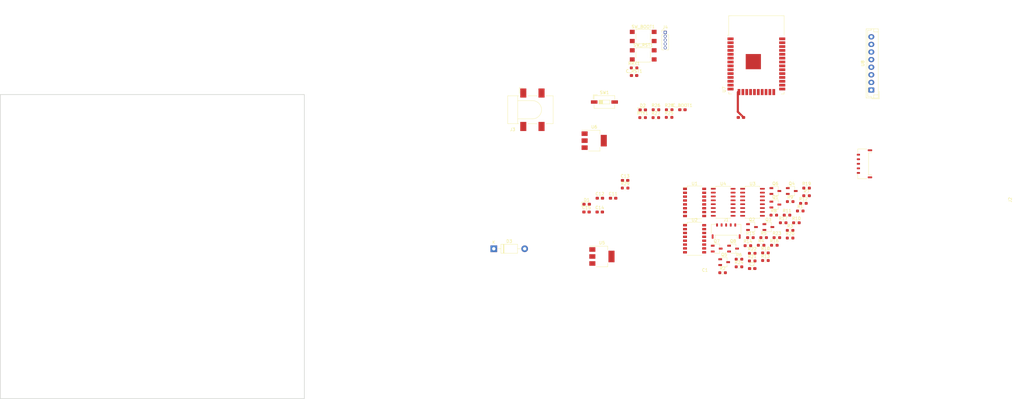
<source format=kicad_pcb>
(kicad_pcb (version 20211014) (generator pcbnew)
  (layers (0 "F.Cu" signal) (31 "B.Cu" signal) (34 "B.Paste" user) (35 "F.Paste" user) (36 "B.SilkS" user "B.Silkscreen") (37 "F.SilkS" user "F.Silkscreen") (38 "B.Mask" user) (39 "F.Mask" user) (44 "Edge.Cuts" user))
  (net 0 "")
  (net 1 "+12V")
  (net 2 "GND")
  (net 3 "+5V")
  (net 4 "+3.3V")
  (net 5 "/Principal/BOOT")
  (net 6 "/Principal/EN{slash}RST")
  (net 7 "Net-(D1-Pad2)")
  (net 8 "Net-(D2-Pad2)")
  (net 9 "Net-(D3-Pad2)")
  (net 10 "Net-(J1-Pad1)")
  (net 11 "Net-(J1-Pad2)")
  (net 12 "Net-(J1-Pad3)")
  (net 13 "Net-(J1-Pad4)")
  (net 14 "Net-(J2-Pad1)")
  (net 15 "Net-(J2-Pad2)")
  (net 16 "Net-(J2-Pad3)")
  (net 17 "Net-(J2-Pad4)")
  (net 18 "Net-(J3-Pad1)")
  (net 19 "Net-(J4-Pad3)")
  (net 20 "Net-(J4-Pad4)")
  (net 21 "Net-(Q1-Pad2)")
  (net 22 "/Motores/Out1")
  (net 23 "Net-(Q2-Pad2)")
  (net 24 "/Motores/Out2")
  (net 25 "Net-(Q3-Pad2)")
  (net 26 "/Motores/Out3")
  (net 27 "Net-(Q4-Pad2)")
  (net 28 "/Motores/Out4")
  (net 29 "Net-(Q5-Pad2)")
  (net 30 "/Motores/Out5")
  (net 31 "Net-(Q6-Pad2)")
  (net 32 "/Motores/Out6")
  (net 33 "Net-(Q7-Pad2)")
  (net 34 "/Motores/Out7")
  (net 35 "Net-(Q8-Pad2)")
  (net 36 "/Motores/Out8")
  (net 37 "/Motores/In1")
  (net 38 "Net-(R5-Pad2)")
  (net 39 "/Motores/In2")
  (net 40 "Net-(R6-Pad2)")
  (net 41 "/Motores/In3")
  (net 42 "Net-(R7-Pad2)")
  (net 43 "/Motores/In4")
  (net 44 "Net-(R8-Pad2)")
  (net 45 "/Motores/In5")
  (net 46 "Net-(R17-Pad2)")
  (net 47 "/Motores/In6")
  (net 48 "Net-(R18-Pad2)")
  (net 49 "/Motores/In7")
  (net 50 "Net-(R19-Pad2)")
  (net 51 "/Motores/In8")
  (net 52 "Net-(R20-Pad2)")
  (net 53 "Net-(R26-Pad1)")
  (net 54 "Net-(R28-Pad1)")
  (net 55 "Net-(RRX1-Pad1)")
  (net 56 "Net-(RTX1-Pad1)")
  (net 57 "/Motores/GNDL")
  (net 92 "/Principal/SS")
  (net 93 "/Principal/SCK")
  (net 94 "/Principal/MISO")
  (net 97 "/Principal/RST")
  (net 98 "/Principal/MOSI")
  (footprint "Resistor_SMD:R_0603_1608Metric_Pad0.98x0.95mm_HandSolder" (layer "F.Cu") (at 337.55 108.6)
    (fp_text reference "R2" (at 0 -1.43) (layer "F.SilkS"))
    (fp_text value "5.1k")
    (pad "1" smd roundrect (at -0.9125 0) (size 0.975 0.95) (layers "F.Cu" "F.Paste" "F.Mask") (net 3 "+5V"))
    (pad "2" smd roundrect (at 0.9125 0) (size 0.975 0.95) (layers "F.Cu" "F.Paste" "F.Mask") (net 23 "Net-(Q2-Pad2)"))
  )
  (footprint "Capacitor_SMD:C_0603_1608Metric_Pad1.08x0.95mm_HandSolder" (layer "F.Cu") (at 305.49 78.24)
    (fp_text reference "C13" (at 0 -1.43) (layer "F.SilkS"))
    (fp_text value "22uF")
    (pad "1" smd roundrect (at -0.8625 0) (size 1.075 0.95) (layers "F.Cu" "F.Paste" "F.Mask") (net 3 "+5V"))
    (pad "2" smd roundrect (at 0.8625 0) (size 1.075 0.95) (layers "F.Cu" "F.Paste" "F.Mask") (net 2 "GND"))
  )
  (footprint "Diode_THT:D_DO-41_SOD81_P10.16mm_Horizontal" (layer "F.Cu") (at 262.3 100.72)
    (fp_text reference "D3" (at 5.08 -2.47) (layer "F.SilkS"))
    (fp_text value "1N4007")
    (fp_text user "K" (at 0 -2.1) (layer "F.SilkS"))
    (pad "1" thru_hole rect (at 0 0) (size 2.2 2.2) (drill 1.1) (layers *.Cu *.Mask) (net 1 "+12V"))
    (pad "2" thru_hole oval (at 10.16 0) (size 2.2 2.2) (drill 1.1) (layers *.Cu *.Mask) (net 9 "Net-(D3-Pad2)"))
  )
  (footprint "Connector_BarrelJack:BarrelJack_CLIFF_FC681465S_SMT_Horizontal" (layer "F.Cu") (at 275 55)
    (fp_text reference "J3" (at -6.5 6.5 180) (layer "F.SilkS"))
    (fp_text value "Barrel_Jack")
    (pad "" np_thru_hole oval (at -2.9 0 90) (size 2 1.5) (drill oval 2 1.5) (layers *.Cu *.Mask))
    (pad "" np_thru_hole circle (at 1.5 0 90) (size 2 2) (drill 2) (layers *.Cu *.Mask))
    (pad "1" smd rect (at -3 -5.5 90) (size 3 2) (layers "F.Cu" "F.Paste" "F.Mask") (net 18 "Net-(J3-Pad1)"))
    (pad "1" smd rect (at 3 -5.5 90) (size 3 2) (layers "F.Cu" "F.Paste" "F.Mask") (net 18 "Net-(J3-Pad1)"))
    (pad "2" smd rect (at 3 5.5 90) (size 3 2) (layers "F.Cu" "F.Paste" "F.Mask") (net 2 "GND"))
    (pad "3" smd rect (at -3 5.5 90) (size 3 2) (layers "F.Cu" "F.Paste" "F.Mask"))
  )
  (footprint "Resistor_SMD:R_0603_1608Metric_Pad0.98x0.95mm_HandSolder" (layer "F.Cu") (at 361.83 92.17)
    (fp_text reference "R10" (at 0 -1.43) (layer "F.SilkS"))
    (fp_text value "5.1k")
    (pad "1" smd roundrect (at -0.9125 0) (size 0.975 0.95) (layers "F.Cu" "F.Paste" "F.Mask") (net 26 "/Motores/Out3"))
    (pad "2" smd roundrect (at 0.9125 0) (size 0.975 0.95) (layers "F.Cu" "F.Paste" "F.Mask") (net 2 "GND"))
  )
  (footprint "Capacitor_SMD:C_0603_1608Metric_Pad1.08x0.95mm_HandSolder" (layer "F.Cu") (at 297.19 84.09)
    (fp_text reference "C12" (at 0 -1.43) (layer "F.SilkS"))
    (fp_text value "10uF")
    (pad "1" smd roundrect (at -0.8625 0) (size 1.075 0.95) (layers "F.Cu" "F.Paste" "F.Mask") (net 1 "+12V"))
    (pad "2" smd roundrect (at 0.8625 0) (size 1.075 0.95) (layers "F.Cu" "F.Paste" "F.Mask") (net 2 "GND"))
  )
  (footprint "Resistor_SMD:R_0603_1608Metric_Pad0.98x0.95mm_HandSolder" (layer "F.Cu") (at 347.29 104.72)
    (fp_text reference "R21" (at 0 -1.43) (layer "F.SilkS"))
    (fp_text value "5.1k")
    (pad "1" smd roundrect (at -0.9125 0) (size 0.975 0.95) (layers "F.Cu" "F.Paste" "F.Mask") (net 36 "/Motores/Out8"))
    (pad "2" smd roundrect (at 0.9125 0) (size 0.975 0.95) (layers "F.Cu" "F.Paste" "F.Mask") (net 2 "GND"))
  )
  (footprint "Capacitor_SMD:C_0603_1608Metric_Pad1.08x0.95mm_HandSolder" (layer "F.Cu") (at 347.29 107.23)
    (fp_text reference "C2" (at 0 -1.43) (layer "F.SilkS"))
    (fp_text value "100n")
    (pad "1" smd roundrect (at -0.8625 0) (size 1.075 0.95) (layers "F.Cu" "F.Paste" "F.Mask") (net 1 "+12V"))
    (pad "2" smd roundrect (at 0.8625 0) (size 1.075 0.95) (layers "F.Cu" "F.Paste" "F.Mask") (net 2 "GND"))
  )
  (footprint "Connector_JST:JST_AUH_BM05B-AUHKS-GA-TB_1x05-1MP_P1.50mm_Vertical" (layer "F.Cu") (at 338.72 94.9)
    (fp_text reference "J1" (at 0 -3.72) (layer "F.SilkS"))
    (fp_text value "Conector para bobinas del motor 1")
    (pad "1" smd roundrect (at -3 -2) (size 0.6 1.05) (layers "F.Cu" "F.Paste" "F.Mask") (net 10 "Net-(J1-Pad1)"))
    (pad "2" smd roundrect (at -1.5 -2) (size 0.6 1.05) (layers "F.Cu" "F.Paste" "F.Mask") (net 11 "Net-(J1-Pad2)"))
    (pad "3" smd roundrect (at 0 -2) (size 0.6 1.05) (layers "F.Cu" "F.Paste" "F.Mask") (net 12 "Net-(J1-Pad3)"))
    (pad "4" smd roundrect (at 1.5 -2) (size 0.6 1.05) (layers "F.Cu" "F.Paste" "F.Mask") (net 13 "Net-(J1-Pad4)"))
    (pad "5" smd roundrect (at 3 -2) (size 0.6 1.05) (layers "F.Cu" "F.Paste" "F.Mask"))
    (pad "MP" smd roundrect (at 4.45 1.8) (size 0.6 1.45) (layers "F.Cu" "F.Paste" "F.Mask"))
    (pad "MP" smd roundrect (at -4.45 1.8) (size 0.6 1.45) (layers "F.Cu" "F.Paste" "F.Mask"))
  )
  (footprint "Package_TO_SOT_SMD:TSOT-23" (layer "F.Cu") (at 352.61 93.58)
    (fp_text reference "Q3" (at 0 -2.45) (layer "F.SilkS"))
    (fp_text value "S8550")
    (pad "1" smd rect (at -1.31 -0.95) (size 1.22 0.65) (layers "F.Cu" "F.Paste" "F.Mask") (net 3 "+5V"))
    (pad "2" smd rect (at -1.31 0.95) (size 1.22 0.65) (layers "F.Cu" "F.Paste" "F.Mask") (net 25 "Net-(Q3-Pad2)"))
    (pad "3" smd rect (at 1.31 0) (size 1.22 0.65) (layers "F.Cu" "F.Paste" "F.Mask") (net 26 "/Motores/Out3"))
  )
  (footprint "Package_TO_SOT_SMD:TSOT-23" (layer "F.Cu") (at 335.61 100.67)
    (fp_text reference "Q7" (at 0 -2.45) (layer "F.SilkS"))
    (fp_text value "S8550")
    (pad "1" smd rect (at -1.31 -0.95) (size 1.22 0.65) (layers "F.Cu" "F.Paste" "F.Mask") (net 3 "+5V"))
    (pad "2" smd rect (at -1.31 0.95) (size 1.22 0.65) (layers "F.Cu" "F.Paste" "F.Mask") (net 33 "Net-(Q7-Pad2)"))
    (pad "3" smd rect (at 1.31 0) (size 1.22 0.65) (layers "F.Cu" "F.Paste" "F.Mask") (net 34 "/Motores/Out7"))
  )
  (footprint "Capacitor_SMD:C_0603_1608Metric_Pad1.08x0.95mm_HandSolder" (layer "F.Cu") (at 292.8 88.63)
    (fp_text reference "C15" (at 0 -1.43) (layer "F.SilkS"))
    (fp_text value "22u")
    (pad "1" smd roundrect (at -0.8625 0) (size 1.075 0.95) (layers "F.Cu" "F.Paste" "F.Mask") (net 4 "+3.3V"))
    (pad "2" smd roundrect (at 0.8625 0) (size 1.075 0.95) (layers "F.Cu" "F.Paste" "F.Mask") (net 2 "GND"))
  )
  (footprint "Capacitor_SMD:C_0603_1608Metric_Pad1.08x0.95mm_HandSolder" (layer "F.Cu") (at 343.58 57.54)
    (fp_text reference "C1" (at -11.84 50.2) (layer "F.SilkS"))
    (fp_text value "100n")
    (pad "1" smd roundrect (at -0.8625 0) (size 1.075 0.95) (layers "F.Cu" "F.Paste" "F.Mask") (net 1 "+12V"))
    (pad "2" smd roundrect (at 0.8625 0) (size 1.075 0.95) (layers "F.Cu" "F.Paste" "F.Mask") (net 1 "+12V"))
  )
  (footprint "Resistor_SMD:R_0603_1608Metric_Pad0.98x0.95mm_HandSolder" (layer "F.Cu") (at 365.17 80.76)
    (fp_text reference "R19" (at 0 -1.43) (layer "F.SilkS"))
    (fp_text value "220")
    (pad "1" smd roundrect (at -0.9125 0) (size 0.975 0.95) (layers "F.Cu" "F.Paste" "F.Mask") (net 49 "/Motores/In7"))
    (pad "2" smd roundrect (at 0.9125 0) (size 0.975 0.95) (layers "F.Cu" "F.Paste" "F.Mask") (net 50 "Net-(R19-Pad2)"))
  )
  (footprint "Resistor_SMD:R_0603_1608Metric_Pad0.98x0.95mm_HandSolder" (layer "F.Cu") (at 354.57 99.57)
    (fp_text reference "R16" (at 0 -1.43) (layer "F.SilkS"))
    (fp_text value "5.1k")
    (pad "1" smd roundrect (at -0.9125 0) (size 0.975 0.95) (layers "F.Cu" "F.Paste" "F.Mask") (net 3 "+5V"))
    (pad "2" smd roundrect (at 0.9125 0) (size 0.975 0.95) (layers "F.Cu" "F.Paste" "F.Mask") (net 35 "Net-(Q8-Pad2)"))
  )
  (footprint "Resistor_SMD:R_0603_1608Metric_Pad0.98x0.95mm_HandSolder" (layer "F.Cu") (at 365.17 83.27)
    (fp_text reference "R7" (at 0 -1.43) (layer "F.SilkS"))
    (fp_text value "220")
    (pad "1" smd roundrect (at -0.9125 0) (size 0.975 0.95) (layers "F.Cu" "F.Paste" "F.Mask") (net 41 "/Motores/In3"))
    (pad "2" smd roundrect (at 0.9125 0) (size 0.975 0.95) (layers "F.Cu" "F.Paste" "F.Mask") (net 42 "Net-(R7-Pad2)"))
  )
  (footprint "Resistor_SMD:R_0603_1608Metric_Pad0.98x0.95mm_HandSolder" (layer "F.Cu") (at 351.64 104.59)
    (fp_text reference "R13" (at 0 -1.43) (layer "F.SilkS"))
    (fp_text value "5.1k")
    (pad "1" smd roundrect (at -0.9125 0) (size 0.975 0.95) (layers "F.Cu" "F.Paste" "F.Mask") (net 3 "+5V"))
    (pad "2" smd roundrect (at 0.9125 0) (size 0.975 0.95) (layers "F.Cu" "F.Paste" "F.Mask") (net 29 "Net-(Q5-Pad2)"))
  )
  (footprint "Resistor_SMD:R_0603_1608Metric_Pad0.98x0.95mm_HandSolder" (layer "F.Cu") (at 315.64 55)
    (fp_text reference "R26" (at 0 -1.43) (layer "F.SilkS"))
    (fp_text value "470")
    (pad "1" smd roundrect (at -0.9125 0) (size 0.975 0.95) (layers "F.Cu" "F.Paste" "F.Mask") (net 53 "Net-(R26-Pad1)"))
    (pad "2" smd roundrect (at 0.9125 0) (size 0.975 0.95) (layers "F.Cu" "F.Paste" "F.Mask") (net 5 "/Principal/BOOT"))
  )
  (footprint "Resistor_SMD:R_0603_1608Metric_Pad0.98x0.95mm_HandSolder" (layer "F.Cu") (at 308.44 41.23)
    (fp_text reference "RRX1" (at 0 -1.43) (layer "F.SilkS"))
    (fp_text value "R")
    (pad "1" smd roundrect (at -0.9125 0) (size 0.975 0.95) (layers "F.Cu" "F.Paste" "F.Mask") (net 55 "Net-(RRX1-Pad1)"))
    (pad "2" smd roundrect (at 0.9125 0) (size 0.975 0.95) (layers "F.Cu" "F.Paste" "F.Mask") (net 20 "Net-(J4-Pad4)"))
  )
  (footprint "Capacitor_SMD:C_0603_1608Metric_Pad1.08x0.95mm_HandSolder" (layer "F.Cu") (at 297.15 88.63)
    (fp_text reference "C14" (at 0 -1.43) (layer "F.SilkS"))
    (fp_text value "22u")
    (pad "1" smd roundrect (at -0.8625 0) (size 1.075 0.95) (layers "F.Cu" "F.Paste" "F.Mask") (net 1 "+12V"))
    (pad "2" smd roundrect (at 0.8625 0) (size 1.075 0.95) (layers "F.Cu" "F.Paste" "F.Mask") (net 2 "GND"))
  )
  (footprint "Connector_JST:JST_EH_B8B-EH-A_1x08_P2.50mm_Vertical" (layer "F.Cu") (at 386.46 48.51 90)
    (fp_text reference "U8" (at 8.75 -2.8 90) (layer "F.SilkS"))
    (fp_text value "RFID_RC522")
    (pad "1" thru_hole roundrect (at 0 0 90) (size 1.7 1.95) (drill 0.95) (layers *.Cu *.Mask) (roundrect_rratio 0.147059) (net 92 "/Principal/SS"))
    (pad "2" thru_hole oval (at 2.5 0 90) (size 1.7 1.95) (drill 0.95) (layers *.Cu *.Mask) (net 93 "/Principal/SCK"))
    (pad "3" thru_hole oval (at 5 0 90) (size 1.7 1.95) (drill 0.95) (layers *.Cu *.Mask) (net 98 "/Principal/MOSI"))
    (pad "4" thru_hole oval (at 7.5 0 90) (size 1.7 1.95) (drill 0.95) (layers *.Cu *.Mask) (net 94 "/Principal/MISO"))
    (pad "5" thru_hole oval (at 10 0 90) (size 1.7 1.95) (drill 0.95) (layers *.Cu *.Mask))
    (pad "6" thru_hole oval (at 12.5 0 90) (size 1.7 1.95) (drill 0.95) (layers *.Cu *.Mask) (net 2 "GND"))
    (pad "7" thru_hole oval (at 15 0 90) (size 1.7 1.95) (drill 0.95) (layers *.Cu *.Mask) (net 97 "/Principal/RST"))
    (pad "8" thru_hole oval (at 17.5 0 90) (size 1.7 1.95) (drill 0.95) (layers *.Cu *.Mask) (net 4 "+3.3V"))
  )
  (footprint "Resistor_SMD:R_0603_1608Metric_Pad0.98x0.95mm_HandSolder" (layer "F.Cu") (at 342.94 104.15)
    (fp_text reference "R6" (at 0 -1.43) (layer "F.SilkS"))
    (fp_text value "220")
    (pad "1" smd roundrect (at -0.9125 0) (size 0.975 0.95) (layers "F.Cu" "F.Paste" "F.Mask") (net 39 "/Motores/In2"))
    (pad "2" smd roundrect (at 0.9125 0) (size 0.975 0.95) (layers "F.Cu" "F.Paste" "F.Mask") (net 40 "Net-(R6-Pad2)"))
  )
  (footprint "Package_SO:SOP-16_4.4x10.4mm_P1.27mm" (layer "F.Cu") (at 328.34 85.48)
    (fp_text reference "U1" (at 0 -6.2) (layer "F.SilkS"))
    (fp_text value "LTV-247")
    (pad "1" smd rect (at -3.15 -4.45) (size 1.3 0.8) (layers "F.Cu" "F.Paste" "F.Mask") (net 38 "Net-(R5-Pad2)"))
    (pad "2" smd rect (at -3.15 -3.17) (size 1.3 0.8) (layers "F.Cu" "F.Paste" "F.Mask") (net 57 "/Motores/GNDL"))
    (pad "3" smd rect (at -3.15 -1.91) (size 1.3 0.8) (layers "F.Cu" "F.Paste" "F.Mask") (net 40 "Net-(R6-Pad2)"))
    (pad "4" smd rect (at -3.15 -0.64) (size 1.3 0.8) (layers "F.Cu" "F.Paste" "F.Mask") (net 57 "/Motores/GNDL"))
    (pad "5" smd rect (at -3.15 0.64) (size 1.3 0.8) (layers "F.Cu" "F.Paste" "F.Mask") (net 42 "Net-(R7-Pad2)"))
    (pad "6" smd rect (at -3.15 1.91) (size 1.3 0.8) (layers "F.Cu" "F.Paste" "F.Mask") (net 57 "/Motores/GNDL"))
    (pad "7" smd rect (at -3.15 3.17) (size 1.3 0.8) (layers "F.Cu" "F.Paste" "F.Mask") (net 44 "Net-(R8-Pad2)"))
    (pad "8" smd rect (at -3.15 4.45) (size 1.3 0.8) (layers "F.Cu" "F.Paste" "F.Mask") (net 57 "/Motores/GNDL"))
    (pad "9" smd rect (at 3.15 4.45) (size 1.3 0.8) (layers "F.Cu" "F.Paste" "F.Mask") (net 2 "GND"))
    (pad "10" smd rect (at 3.15 3.17) (size 1.3 0.8) (layers "F.Cu" "F.Paste" "F.Mask") (net 27 "Net-(Q4-Pad2)"))
    (pad "11" smd rect (at 3.15 1.91) (size 1.3 0.8) (layers "F.Cu" "F.Paste" "F.Mask") (net 2 "GND"))
    (pad "12" smd rect (at 3.15 0.64) (size 1.3 0.8) (layers "F.Cu" "F.Paste" "F.Mask") (net 25 "Net-(Q3-Pad2)"))
    (pad "13" smd rect (at 3.15 -0.64) (size 1.3 0.8) (layers "F.Cu" "F.Paste" "F.Mask") (net 2 "GND"))
    (pad "14" smd rect (at 3.15 -1.91) (size 1.3 0.8) (layers "F.Cu" "F.Paste" "F.Mask") (net 23 "Net-(Q2-Pad2)"))
    (pad "15" smd rect (at 3.15 -3.17) (size 1.3 0.8) (layers "F.Cu" "F.Paste" "F.Mask") (net 2 "GND"))
    (pad "16" smd rect (at 3.15 -4.45) (size 1.3 0.8) (layers "F.Cu" "F.Paste" "F.Mask") (net 21 "Net-(Q1-Pad2)"))
  )
  (footprint "Connector_PinHeader_1.27mm:PinHeader_1x05_P1.27mm_Vertical" (layer "F.Cu") (at 318.69 29.55)
    (fp_text reference "J4" (at 0 -1.695) (layer "F.SilkS"))
    (fp_text value "USB Programador")
    (pad "1" thru_hole rect (at 0 0) (size 1 1) (drill 0.65) (layers *.Cu *.Mask) (net 3 "+5V"))
    (pad "2" thru_hole oval (at 0 1.27) (size 1 1) (drill 0.65) (layers *.Cu *.Mask) (net 4 "+3.3V"))
    (pad "3" thru_hole oval (at 0 2.54) (size 1 1) (drill 0.65) (layers *.Cu *.Mask) (net 19 "Net-(J4-Pad3)"))
    (pad "4" thru_hole oval (at 0 3.81) (size 1 1) (drill 0.65) (layers *.Cu *.Mask) (net 20 "Net-(J4-Pad4)"))
    (pad "5" thru_hole oval (at 0 5.08) (size 1 1) (drill 0.65) (layers *.Cu *.Mask) (net 2 "GND"))
  )
  (footprint "Resistor_SMD:R_0603_1608Metric_Pad0.98x0.95mm_HandSolder" (layer "F.Cu") (at 359.75 94.68)
    (fp_text reference "R3" (at 0 -1.43) (layer "F.SilkS"))
    (fp_text value "5.1k")
    (pad "1" smd roundrect (at -0.9125 0) (size 0.975 0.95) (layers "F.Cu" "F.Paste" "F.Mask") (net 3 "+5V"))
    (pad "2" smd roundrect (at 0.9125 0) (size 0.975 0.95) (layers "F.Cu" "F.Paste" "F.Mask") (net 25 "Net-(Q3-Pad2)"))
  )
  (footprint "Resistor_SMD:R_0603_1608Metric_Pad0.98x0.95mm_HandSolder" (layer "F.Cu") (at 364.13 85.78)
    (fp_text reference "R12" (at 0 -1.43) (layer "F.SilkS"))
    (fp_text value "5.1k")
    (pad "1" smd roundrect (at -0.9125 0) (size 0.975 0.95) (layers "F.Cu" "F.Paste" "F.Mask") (net 22 "/Motores/Out1"))
    (pad "2" smd roundrect (at 0.9125 0) (size 0.975 0.95) (layers "F.Cu" "F.Paste" "F.Mask") (net 2 "GND"))
  )
  (footprint "RF_Module:ESP32-WROOM-32" (layer "F.Cu") (at 348.66 39.93)
    (fp_text reference "U7" (at -10.61 8.43 90) (layer "F.SilkS"))
    (fp_text value "ESP32-WROOM-32")
    (pad "1" smd rect (at -8.5 -8.255) (size 2 0.9) (layers "F.Cu" "F.Paste" "F.Mask") (net 2 "GND"))
    (pad "2" smd rect (at -8.5 -6.985) (size 2 0.9) (layers "F.Cu" "F.Paste" "F.Mask") (net 4 "+3.3V"))
    (pad "3" smd rect (at -8.5 -5.715) (size 2 0.9) (layers "F.Cu" "F.Paste" "F.Mask") (net 6 "/Principal/EN{slash}RST"))
    (pad "4" smd rect (at -8.5 -4.445) (size 2 0.9) (layers "F.Cu" "F.Paste" "F.Mask"))
    (pad "5" smd rect (at -8.5 -3.175) (size 2 0.9) (layers "F.Cu" "F.Paste" "F.Mask"))
    (pad "6" smd rect (at -8.5 -1.905) (size 2 0.9) (layers "F.Cu" "F.Paste" "F.Mask"))
    (pad "7" smd rect (at -8.5 -0.635) (size 2 0.9) (layers "F.Cu" "F.Paste" "F.Mask"))
    (pad "8" smd rect (at -8.5 0.635) (size 2 0.9) (layers "F.Cu" "F.Paste" "F.Mask") (net 54 "Net-(R28-Pad1)"))
    (pad "9" smd rect (at -8.5 1.905) (size 2 0.9) (layers "F.Cu" "F.Paste" "F.Mask"))
    (pad "10" smd rect (at -8.5 3.175) (size 2 0.9) (layers "F.Cu" "F.Paste" "F.Mask"))
    (pad "11" smd rect (at -8.5 4.445) (size 2 0.9) (layers "F.Cu" "F.Paste" "F.Mask"))
    (pad "12" smd rect (at -8.5 5.715) (size 2 0.9) (layers "F.Cu" "F.Paste" "F.Mask"))
    (pad "13" smd rect (at -8.5 6.985) (size 2 0.9) (layers "F.Cu" "F.Paste" "F.Mask"))
    (pad "14" smd rect (at -8.5 8.255) (size 2 0.9) (layers "F.Cu" "F.Paste" "F.Mask"))
    (pad "15" smd rect (at -5.715 9.255 90) (size 2 0.9) (layers "F.Cu" "F.Paste" "F.Mask") (net 1 "+12V"))
    (pad "16" smd rect (at -4.445 9.255 90) (size 2 0.9) (layers "F.Cu" "F.Paste" "F.Mask"))
    (pad "17" smd rect (at -3.175 9.255 90) (size 2 0.9) (layers "F.Cu" "F.Paste" "F.Mask"))
    (pad "18" smd rect (at -1.905 9.255 90) (size 2 0.9) (layers "F.Cu" "F.Paste" "F.Mask"))
    (pad "19" smd rect (at -0.635 9.255 90) (size 2 0.9) (layers "F.Cu" "F.Paste" "F.Mask"))
    (pad "20" smd rect (at 0.635 9.255 90) (size 2 0.9) (layers "F.Cu" "F.Paste" "F.Mask"))
    (pad "21" smd rect (at 1.905 9.255 90) (size 2 0.9) (layers "F.Cu" "F.Paste" "F.Mask"))
    (pad "22" smd rect (at 3.175 9.255 90) (size 2 0.9) (layers "F.Cu" "F.Paste" "F.Mask"))
    (pad "23" smd rect (at 4.445 9.255 90) (size 2 0.9) (layers "F.Cu" "F.Paste" "F.Mask"))
    (pad "24" smd rect (at 5.715 9.255 90) (size 2 0.9) (layers "F.Cu" "F.Paste" "F.Mask"))
    (pad "25" smd rect (at 8.5 8.255) (size 2 0.9) (layers "F.Cu" "F.Paste" "F.Mask") (net 5 "/Principal/BOOT"))
    (pad "26" smd rect (at 8.5 6.985) (size 2 0.9) (layers "F.Cu" "F.Paste" "F.Mask"))
    (pad "27" smd rect (at 8.5 5.715) (size 2 0.9) (layers "F.Cu" "F.Paste" "F.Mask"))
    (pad "28" smd rect (at 8.5 4.445) (size 2 0.9) (layers "F.Cu" "F.Paste" "F.Mask"))
    (pad "29" smd rect (at 8.5 3.175) (size 2 0.9) (layers "F.Cu" "F.Paste" "F.Mask") (net 92 "/Principal/SS"))
    (pad "30" smd rect (at 8.5 1.905) (size 2 0.9) (layers "F.Cu" "F.Paste" "F.Mask") (net 93 "/Principal/SCK"))
    (pad "31" smd rect (at 8.5 0.635) (size 2 0.9) (layers "F.Cu" "F.Paste" "F.Mask") (net 94 "/Principal/MISO"))
    (pad "32" smd rect (at 8.5 -0.635) (size 2 0.9) (layers "F.Cu" "F.Paste" "F.Mask"))
    (pad "33" smd rect (at 8.5 -1.905) (size 2 0.9) (layers "F.Cu" "F.Paste" "F.Mask"))
    (pad "34" smd rect (at 8.5 -3.175) (size 2 0.9) (layers "F.Cu" "F.Paste" "F.Mask") (net 55 "Net-(RRX1-Pad1)"))
    (pad "35" smd rect (at 8.5 -4.445) (size 2 0.9) (layers "F.Cu" "F.Paste" "F.Mask") (net 56 "Net-(RTX1-Pad1)"))
    (pad "36" smd rect (at 8.5 -5.715) (size 2 0.9) (layers "F.Cu" "F.Paste" "F.Mask") (net 97 "/Principal/RST"))
    (pad "37" smd rect (at 8.5 -6.985) (size 2 0.9) (layers "F.Cu" "F.Paste" "F.Mask") (net 98 "/Principal/MOSI"))
    (pad "38" smd rect (at 8.5 -8.255) (size 2 0.9) (layers "F.Cu" "F.Paste" "F.Mask") (net 2 "GND"))
    (pad "39" smd rect (at -1 -0.755) (size 5 5) (layers "F.Cu" "F.Paste" "F.Mask") (net 2 "GND"))
  )
  (footprint "Package_TO_SOT_SMD:TSOT-23" (layer "F.Cu") (at 354.91 86.18)
    (fp_text reference "Q1" (at 0 -2.45) (layer "F.SilkS"))
    (fp_text value "S8550")
    (pad "1" smd rect (at -1.31 -0.95) (size 1.22 0.65) (layers "F.Cu" "F.Paste" "F.Mask") (net 3 "+5V"))
    (pad "2" smd rect (at -1.31 0.95) (size 1.22 0.65) (layers "F.Cu" "F.Paste" "F.Mask") (net 21 "Net-(Q1-Pad2)"))
    (pad "3" smd rect (at 1.31 0) (size 1.22 0.65) (layers "F.Cu" "F.Paste" "F.Mask") (net 22 "/Motores/Out1"))
  )
  (footprint "Resistor_SMD:R_0603_1608Metric_Pad0.98x0.95mm_HandSolder" (layer "F.Cu") (at 315.6 57.59)
    (fp_text reference "R27" (at 0 -1.43) (layer "F.SilkS"))
    (fp_text value "10k")
    (pad "1" smd roundrect (at -0.9125 0) (size 0.975 0.95) (layers "F.Cu" "F.Paste" "F.Mask") (net 5 "/Principal/BOOT"))
    (pad "2" smd roundrect (at 0.9125 0) (size 0.975 0.95) (layers "F.Cu" "F.Paste" "F.Mask") (net 4 "+3.3V"))
  )
  (footprint "Package_TO_SOT_SMD:SOT-223-3_TabPin2" (layer "F.Cu") (at 297.86 103.26)
    (fp_text reference "U5" (at 0 -4.5) (layer "F.SilkS"))
    (fp_text value "AMS1117-5.0")
    (pad "1" smd rect (at -3.15 -2.3) (size 2 1.5) (layers "F.Cu" "F.Paste" "F.Mask") (net 2 "GND"))
    (pad "2" smd rect (at -3.15 0) (size 2 1.5) (layers "F.Cu" "F.Paste" "F.Mask") (net 3 "+5V"))
    (pad "2" smd rect (at 3.15 0) (size 2 3.8) (layers "F.Cu" "F.Paste" "F.Mask") (net 3 "+5V"))
    (pad "3" smd rect (at -3.15 2.3) (size 2 1.5) (layers "F.Cu" "F.Paste" "F.Mask") (net 1 "+12V"))
  )
  (footprint "Resistor_SMD:R_0603_1608Metric_Pad0.98x0.95mm_HandSolder" (layer "F.Cu") (at 342.94 106.66)
    (fp_text reference "R24" (at 0 -1.43) (layer "F.SilkS"))
    (fp_text value "5.1k")
    (pad "1" smd roundrect (at -0.9125 0) (size 0.975 0.95) (layers "F.Cu" "F.Paste" "F.Mask") (net 30 "/Motores/Out5"))
    (pad "2" smd roundrect (at 0.9125 0) (size 0.975 0.95) (layers "F.Cu" "F.Paste" "F.Mask") (net 2 "GND"))
  )
  (footprint "Button_Switch_SMD:SW_DIP_SPSTx01_Slide_6.7x4.1mm_W6.73mm_P2.54mm_LowProfile_JPin" (layer "F.Cu") (at 298.69 52.46)
    (fp_text reference "SW1" (at 0 -3.11) (layer "F.SilkS"))
    (fp_text value "SW_DIP_x01")
    (pad "1" smd rect (at -3.365 0) (size 2.16 1.12) (layers "F.Cu" "F.Paste" "F.Mask") (net 18 "Net-(J3-Pad1)"))
    (pad "2" smd rect (at 3.365 0) (size 2.16 1.12) (layers "F.Cu" "F.Paste" "F.Mask") (net 9 "Net-(D3-Pad2)"))
  )
  (footprint "Resistor_SMD:R_0603_1608Metric_Pad0.98x0.95mm_HandSolder" (layer "F.Cu") (at 311.25 57.59)
    (fp_text reference "RTX1" (at 0 -1.43) (layer "F.SilkS"))
    (fp_text value "R")
    (pad "1" smd roundrect (at -0.9125 0) (size 0.975 0.95) (layers "F.Cu" "F.Paste" "F.Mask") (net 56 "Net-(RTX1-Pad1)"))
    (pad "2" smd roundrect (at 0.9125 0) (size 0.975 0.95) (layers "F.Cu" "F.Paste" "F.Mask") (net 19 "Net-(J4-Pad3)"))
  )
  (footprint "Resistor_SMD:R_0603_1608Metric_Pad0.98x0.95mm_HandSolder" (layer "F.Cu") (at 359.75 97.19)
    (fp_text reference "R20" (at 0 -1.43) (layer "F.SilkS"))
    (fp_text value "220")
    (pad "1" smd roundrect (at -0.9125 0) (size 0.975 0.95) (layers "F.Cu" "F.Paste" "F.Mask") (net 51 "/Motores/In8"))
    (pad "2" smd roundrect (at 0.9125 0) (size 0.975 0.95) (layers "F.Cu" "F.Paste" "F.Mask") (net 52 "Net-(R20-Pad2)"))
  )
  (footprint "Connector_JST:JST_AUH_BM05B-AUHKS-GA-TB_1x05-1MP_P1.50mm_Vertical" (layer "F.Cu") (at 384.22 72.78 90)
    (fp_text reference "J2" (at -11.84 47.91 90) (layer "F.SilkS"))
    (fp_text value "Conector para bobinas del motor 2")
    (pad "1" smd roundrect (at -3 -2 90) (size 0.6 1.05) (layers "F.Cu" "F.Paste" "F.Mask") (net 14 "Net-(J2-Pad1)"))
    (pad "2" smd roundrect (at -1.5 -2 90) (size 0.6 1.05) (layers "F.Cu" "F.Paste" "F.Mask") (net 15 "Net-(J2-Pad2)"))
    (pad "3" smd roundrect (at 0 -2 90) (size 0.6 1.05) (layers "F.Cu" "F.Paste" "F.Mask") (net 16 "Net-(J2-Pad3)"))
    (pad "4" smd roundrect (at 1.5 -2 90) (size 0.6 1.05) (layers "F.Cu" "F.Paste" "F.Mask") (net 17 "Net-(J2-Pad4)"))
    (pad "5" smd roundrect (at 3 -2 90) (size 0.6 1.05) (layers "F.Cu" "F.Paste" "F.Mask"))
    (pad "MP" smd roundrect (at -4.45 1.8 90) (size 0.6 1.45) (layers "F.Cu" "F.Paste" "F.Mask"))
    (pad "MP" smd roundrect (at 4.45 1.8 90) (size 0.6 1.45) (layers "F.Cu" "F.Paste" "F.Mask"))
  )
  (footprint "Package_TO_SOT_SMD:TSOT-23" (layer "F.Cu") (at 360.3 81.73)
    (fp_text reference "Q4" (at 0 -2.45) (layer "F.SilkS"))
    (fp_text value "S8550")
    (pad "1" smd rect (at -1.31 -0.95) (size 1.22 0.65) (layers "F.Cu" "F.Paste" "F.Mask") (net 3 "+5V"))
    (pad "2" smd rect (at -1.31 0.95) (size 1.22 0.65) (layers "F.Cu" "F.Paste" "F.Mask") (net 27 "Net-(Q4-Pad2)"))
    (pad "3" smd rect (at 1.31 0) (size 1.22 0.65) (layers "F.Cu" "F.Paste" "F.Mask") (net 28 "/Motores/Out4"))
  )
  (footprint "LED_SMD:LED_0603_1608Metric_Pad1.05x0.95mm_HandSolder" (layer "F.Cu") (at 292.845 86.08)
    (fp_text reference "D1" (at 0 -1.43) (layer "F.SilkS"))
    (fp_text value "Led_ON")
    (pad "1" smd roundrect (at -0.875 0) (size 1.05 0.95) (layers "F.Cu" "F.Paste" "F.Mask") (net 2 "GND"))
    (pad "2" smd roundrect (at 0.875 0) (size 1.05 0.95) (layers "F.Cu" "F.Paste" "F.Mask") (net 7 "Net-(D1-Pad2)"))
  )
  (footprint "Package_SO:SOIC-16_4.55x10.3mm_P1.27mm" (layer "F.Cu") (at 347.39 85.43)
    (fp_text reference "U3" (at 0 -6.1) (layer "F.SilkS"))
    (fp_text value "ULN2003A")
    (pad "1" smd roundrect (at -3.25 -4.445) (size 1.6 0.55) (layers "F.Cu" "F.Paste" "F.Mask") (net 22 "/Motores/Out1"))
    (pad "2" smd roundrect (at -3.25 -3.175) (size 1.6 0.55) (layers "F.Cu" "F.Paste" "F.Mask") (net 24 "/Motores/Out2"))
    (pad "3" smd roundrect (at -3.25 -1.905) (size 1.6 0.55) (layers "F.Cu" "F.Paste" "F.Mask") (net 26 "/Motores/Out3"))
    (pad "4" smd roundrect (at -3.25 -0.635) (size 1.6 0.55) (layers "F.Cu" "F.Paste" "F.Mask") (net 28 "/Motores/Out4"))
    (pad "5" smd roundrect (at -3.25 0.635) (size 1.6 0.55) (layers "F.Cu" "F.Paste" "F.Mask"))
    (pad "6" smd roundrect (at -3.25 1.905) (size 1.6 0.55) (layers "F.Cu" "F.Paste" "F.Mask"))
    (pad "7" smd roundrect (at -3.25 3.175) (size 1.6 0.55) (layers "F.Cu" "F.Paste" "F.Mask"))
    (pad "8" smd roundrect (at -3.25 4.445) (size 1.6 0.55) (layers "F.Cu" "F.Paste" "F.Mask") (net 2 "GND"))
    (pad "9" smd roundrect (at 3.25 4.445) (size 1.6 0.55) (layers "F.Cu" "F.Paste" "F.Mask") (net 1 "+12V"))
    (pad "10" smd roundrect (at 3.25 3.175) (size 1.6 0.55) (layers "F.Cu" "F.Paste" "F.Mask"))
    (pad "11" smd roundrect (at 3.25 1.905) (size 1.6 0.55) (layers "F.Cu" "F.Paste" "F.Mask"))
    (pad "12" smd roundrect (at 3.25 0.635) (size 1.6 0.55) (layers "F.Cu" "F.Paste" "F.Mask"))
    (pad "13" smd roundrect (at 3.25 -0.635) (size 1.6 0.55) (layers "F.Cu" "F.Paste" "F.Mask") (net 13 "Net-(J1-Pad4)"))
    (pad "14" smd roundrect (at 3.25 -1.905) (size 1.6 0.55) (layers "F.Cu" "F.Paste" "F.Mask") (net 12 "Net-(J1-Pad3)"))
    (pad "15" smd roundrect (at 3.25 -3.175) (size 1.6 0.55) (layers "F.Cu" "F.Paste" "F.Mask") (net 11 "Net-(J1-Pad2)"))
    (pad "16" smd roundrect (at 3.25 -4.445) (size 1.6 0.55) (layers "F.Cu" "F.Paste" "F.Mask") (net 10 "Net-(J1-Pad1)"))
  )
  (footprint "Resistor_SMD:R_0603_1608Metric_Pad0.98x0.95mm_HandSolder" (layer "F.Cu") (at 305.49 80.75)
    (fp_text reference "R29" (at 0 -1.43) (layer "F.SilkS"))
    (fp_text value "56")
    (pad "1" smd roundrect (at -0.9125 0) (size 0.975 0.95) (layers "F.Cu" "F.Paste" "F.Mask") (net 4 "+3.3V"))
    (pad "2" smd roundrect (at 0.9125 0) (size 0.975 0.95) (layers "F.Cu" "F.Paste" "F.Mask") (net 7 "Net-(D1-Pad2)"))
  )
  (footprint "Package_TO_SOT_SMD:SOT-223-3_TabPin2" (layer "F.Cu") (at 295.32 65.16)
    (fp_text reference "U6" (at 0 -4.5) (layer "F.SilkS"))
    (fp_text value "AMS1117-3.3")
    (pad "1" smd rect (at -3.15 -2.3) (size 2 1.5) (layers "F.Cu" "F.Paste" "F.Mask") (net 2 "GND"))
    (pad "2" smd rect (at 3.15 0) (size 2 3.8) (layers "F.Cu" "F.Paste" "F.Mask") (net 4 "+3.3V"))
    (pad "2" smd rect (at -3.15 0) (size 2 1.5) (layers "F.Cu" "F.Paste" "F.Mask") (net 4 "+3.3V"))
    (pad "3" smd rect (at -3.15 2.3) (size 2 1.5) (layers "F.Cu" "F.Paste" "F.Mask") (net 1 "+12V"))
  )
  (footprint "Capacitor_SMD:C_0603_1608Metric_Pad1.08x0.95mm_HandSolder" (layer "F.Cu") (at 308.44 43.74)
    (fp_text reference "C_RST1" (at 0 -1.43) (layer "F.SilkS"))
    (fp_text value "100nF")
    (pad "1" smd roundrect (at -0.8625 0) (size 1.075 0.95) (layers "F.Cu" "F.Paste" "F.Mask") (net 2 "GND"))
    (pad "2" smd roundrect (at 0.8625 0) (size 1.075 0.95) (layers "F.Cu" "F.Paste" "F.Mask") (net 6 "/Principal/EN{slash}RST"))
  )
  (footprint "Capacitor_SMD:C_0603_1608Metric_Pad1.08x0.95mm_HandSolder" (layer "F.Cu") (at 301.54 84.09)
    (fp_text reference "C11" (at 0 -1.43) (layer "F.SilkS"))
    (fp_text value "22uF")
    (pad "1" smd roundrect (at -0.8625 0) (size 1.075 0.95) (layers "F.Cu" "F.Paste" "F.Mask") (net 1 "+12V"))
    (pad "2" smd roundrect (at 0.8625 0) (size 1.075 0.95) (layers "F.Cu" "F.Paste" "F.Mask") (net 2 "GND"))
  )
  (footprint "Resistor_SMD:R_0603_1608Metric_Pad0.98x0.95mm_HandSolder" (layer "F.Cu") (at 345.87 99.7)
    (fp_text reference "R14" (at 0 -1.43) (layer "F.SilkS"))
    (fp_text value "5.1k")
    (pad "1" smd roundrect (at -0.9125 0) (size 0.975 0.95) (layers "F.Cu" "F.Paste" "F.Mask") (net 3 "+5V"))
    (pad "2" smd roundrect (at 0.9125 0) (size 0.975 0.95) (layers "F.Cu" "F.Paste" "F.Mask") (net 31 "Net-(Q6-Pad2)"))
  )
  (footprint "Resistor_SMD:R_0603_1608Metric_Pad0.98x0.95mm_HandSolder" (layer "F.Cu") (at 355.4 97.06)
    (fp_text reference "R23" (at 0 -1.43) (layer "F.SilkS"))
    (fp_text value "5.1k")
    (pad "1" smd roundrect (at -0.9125 0) (size 0.975 0.95) (layers "F.Cu" "F.Paste" "F.Mask") (net 32 "/Motores/Out6"))
    (pad "2" smd roundrect (at 0.9125 0) (size 0.975 0.95) (layers "F.Cu" "F.Paste" "F.Mask") (net 2 "GND"))
  )
  (footprint "Package_SO:SOIC-16_4.55x10.3mm_P1.27mm" (layer "F.Cu") (at 337.74 85.43)
    (fp_text reference "U4" (at 0 -6.1) (layer "F.SilkS"))
    (fp_text value "ULN2003A")
    (pad "1" smd roundrect (at -3.25 -4.445) (size 1.6 0.55) (layers "F.Cu" "F.Paste" "F.Mask") (net 30 "/Motores/Out5"))
    (pad "2" smd roundrect (at -3.25 -3.175) (size 1.6 0.55) (layers "F.Cu" "F.Paste" "F.Mask") (net 32 "/Motores/Out6"))
    (pad "3" smd roundrect (at -3.25 -1.905) (size 1.6 0.55) (layers "F.Cu" "F.Paste" "F.Mask") (net 34 "/Motores/Out7"))
    (pad "4" smd roundrect (at -3.25 -0.635) (size 1.6 0.55) (layers "F.Cu" "F.Paste" "F.Mask") (net 36 "/Motores/Out8"))
    (pad "5" smd roundrect (at -3.25 0.635) (size 1.6 0.55) (layers "F.Cu" "F.Paste" "F.Mask"))
    (pad "6" smd roundrect (at -3.25 1.905) (size 1.6 0.55) (layers "F.Cu" "F.Paste" "F.Mask"))
    (pad "7" smd roundrect (at -3.25 3.175) (size 1.6 0.55) (layers "F.Cu" "F.Paste" "F.Mask"))
    (pad "8" smd roundrect (at -3.25 4.445) (size 1.6 0.55) (layers "F.Cu" "F.Paste" "F.Mask") (net 2 "GND"))
    (pad "9" smd roundrect (at 3.25 4.445) (size 1.6 0.55) (layers "F.Cu" "F.Paste" "F.Mask") (net 1 "+12V"))
    (pad "10" smd roundrect (at 3.25 3.175) (size 1.6 0.55) (layers "F.Cu" "F.Paste" "F.Mask"))
    (pad "11" smd roundrect (at 3.25 1.905) (size 1.6 0.55) (layers "F.Cu" "F.Paste" "F.Mask"))
    (pad "12" smd roundrect (at 3.25 0.635) (size 1.6 0.55) (layers "F.Cu" "F.Paste" "F.Mask"))
    (pad "13" smd roundrect (at 3.25 -0.635) (size 1.6 0.55) (layers "F.Cu" "F.Paste" "F.Mask") (net 17 "Net-(J2-Pad4)"))
    (pad "14" smd roundrect (at 3.25 -1.905) (size 1.6 0.55) (layers "F.Cu" "F.Paste" "F.Mask") (net 16 "Net-(J2-Pad3)"))
    (pad "15" smd roundrect (at 3.25 -3.175) (size 1.6 0.55) (layers "F.Cu" "F.Paste" "F.Mask") (net 15 "Net-(J2-Pad2)"))
    (pad "16" smd roundrect (at 3.25 -4.445) (size 1.6 0.55) (layers "F.Cu" "F.Paste" "F.Mask") (net 14 "Net-(J2-Pad1)"))
  )
  (footprint "Resistor_SMD:R_0603_1608Metric_Pad0.98x0.95mm_HandSolder" (layer "F.Cu") (at 346.7 97.06)
    (fp_text reference "R15" (at 0 -1.43) (layer "F.SilkS"))
    (fp_text value "5.1k")
    (pad "1" smd roundrect (at -0.9125 0) (size 0.975 0.95) (layers "F.Cu" "F.Paste" "F.Mask") (net 3 "+5V"))
    (pad "2" smd roundrect (at 0.9125 0) (size 0.975 0.95) (layers "F.Cu" "F.Paste" "F.Mask") (net 33 "Net-(Q7-Pad2)"))
  )
  (footprint "Resistor_SMD:R_0603_1608Metric_Pad0.98x0.95mm_HandSolder" (layer "F.Cu") (at 351.64 102.08)
    (fp_text reference "R18" (at 0 -1.43) (layer "F.SilkS"))
    (fp_text value "220")
    (pad "1" smd roundrect (at -0.9125 0) (size 0.975 0.95) (layers "F.Cu" "F.Paste" "F.Mask") (net 47 "/Motores/In6"))
    (pad "2" smd roundrect (at 0.9125 0) (size 0.975 0.95) (layers "F.Cu" "F.Paste" "F.Mask") (net 48 "Net-(R18-Pad2)"))
  )
  (footprint "Resistor_SMD:R_0603_1608Metric_Pad0.98x0.95mm_HandSolder" (layer "F.Cu") (at 350.22 99.57)
    (fp_text reference "R4" (at 0 -1.43) (layer "F.SilkS"))
    (fp_text value "5.1k")
    (pad "1" smd roundrect (at -0.9125 0) (size 0.975 0.95) (layers "F.Cu" "F.Paste" "F.Mask") (net 3 "+5V"))
    (pad "2" smd roundrect (at 0.9125 0) (size 0.975 0.95) (layers "F.Cu" "F.Paste" "F.Mask") (net 27 "Net-(Q4-Pad2)"))
  )
  (footprint "Button_Switch_SMD:SW_SPST_TL3305A" (layer "F.Cu") (at 311.44 30.9)
    (fp_text reference "SW_BOOT1" (at 0 -3.2) (layer "F.SilkS"))
    (fp_text value "SW_Push")
    (pad "1" smd rect (at -3.6 -1.5) (size 1.6 1.4) (layers "F.Cu" "F.Paste" "F.Mask") (net 2 "GND"))
    (pad "1" smd rect (at 3.6 -1.5) (size 1.6 1.4) (layers "F.Cu" "F.Paste" "F.Mask") (net 2 "GND"))
    (pad "2" smd rect (at 3.6 1.5) (size 1.6 1.4) (layers "F.Cu" "F.Paste" "F.Mask") (net 53 "Net-(R26-Pad1)"))
    (pad "2" smd rect (at -3.6 1.5) (size 1.6 1.4) (layers "F.Cu" "F.Paste" "F.Mask") (net 53 "Net-(R26-Pad1)"))
  )
  (footprint "Button_Switch_SMD:SW_SPST_TL3305A" (layer "F.Cu") (at 311.44 36.95)
    (fp_text reference "SW_RST1" (at 0 -3.2) (layer "F.SilkS"))
    (fp_text value "SW_Push")
    (pad "1" smd rect (at 3.6 -1.5) (size 1.6 1.4) (layers "F.Cu" "F.Paste" "F.Mask") (net 2 "GND"))
    (pad "1" smd rect (at -3.6 -1.5) (size 1.6 1.4) (layers "F.Cu" "F.Paste" "F.Mask") (net 2 "GND"))
    (pad "2" smd rect (at 3.6 1.5) (size 1.6 1.4) (layers "F.Cu" "F.Paste" "F.Mask") (net 6 "/Principal/EN{slash}RST"))
    (pad "2" smd rect (at -3.6 1.5) (size 1.6 1.4) (layers "F.Cu" "F.Paste" "F.Mask") (net 6 "/Principal/EN{slash}RST"))
  )
  (footprint "Resistor_SMD:R_0603_1608Metric_Pad0.98x0.95mm_HandSolder" (layer "F.Cu") (at 358.74 89.66)
    (fp_text reference "R11" (at 0 -1.43) (layer "F.SilkS"))
    (fp_text value "5.1k")
    (pad "1" smd roundrect (at -0.9125 0) (size 0.975 0.95) (layers "F.Cu" "F.Paste" "F.Mask") (net 24 "/Motores/Out2"))
    (pad "2" smd roundrect (at 0.9125 0) (size 0.975 0.95) (layers "F.Cu" "F.Paste" "F.Mask") (net 2 "GND"))
  )
  (footprint "Package_TO_SOT_SMD:TSOT-23" (layer "F.Cu") (at 341 100.67)
    (fp_text reference "Q8" (at 0 -2.45) (layer "F.SilkS"))
    (fp_text value "S8550")
    (pad "1" smd rect (at -1.31 -0.95) (size 1.22 0.65) (layers "F.Cu" "F.Paste" "F.Mask") (net 3 "+5V"))
    (pad "2" smd rect (at -1.31 0.95) (size 1.22 0.65) (layers "F.Cu" "F.Paste" "F.Mask") (net 35 "Net-(Q8-Pad2)"))
    (pad "3" smd rect (at 1.31 0) (size 1.22 0.65) (layers "F.Cu" "F.Paste" "F.Mask") (net 36 "/Motores/Out8"))
  )
  (footprint "Resistor_SMD:R_0603_1608Metric_Pad0.98x0.95mm_HandSolder" (layer "F.Cu") (at 319.95 57.51)
    (fp_text reference "R25" (at 0 -1.43) (layer "F.SilkS"))
    (fp_text value "10k")
    (pad "1" smd roundrect (at -0.9125 0) (size 0.975 0.95) (layers "F.Cu" "F.Paste" "F.Mask") (net 6 "/Principal/EN{slash}RST"))
    (pad "2" smd roundrect (at 0.9125 0) (size 0.975 0.95) (layers "F.Cu" "F.Paste" "F.Mask") (net 4 "+3.3V"))
  )
  (footprint "Resistor_SMD:R_0603_1608Metric_Pad0.98x0.95mm_HandSolder" (layer "F.Cu") (at 359.78 85.21)
    (fp_text reference "R9" (at 0 -1.43) (layer "F.SilkS"))
    (fp_text value "5.1k")
    (pad "1" smd roundrect (at -0.9125 0) (size 0.975 0.95) (layers "F.Cu" "F.Paste" "F.Mask") (net 28 "/Motores/Out4"))
    (pad "2" smd roundrect (at 0.9125 0) (size 0.975 0.95) (layers "F.Cu" "F.Paste" "F.Mask") (net 2 "GND"))
  )
  (footprint "Resistor_SMD:R_0603_1608Metric_Pad0.98x0.95mm_HandSolder" (layer "F.Cu") (at 347.29 102.21)
    (fp_text reference "R22" (at 0 -1.43) (layer "F.SilkS"))
    (fp_text value "5.1k")
    (pad "1" smd roundrect (at -0.9125 0) (size 0.975 0.95) (layers "F.Cu" "F.Paste" "F.Mask") (net 34 "/Motores/Out7"))
    (pad "2" smd roundrect (at 0.9125 0) (size 0.975 0.95) (layers "F.Cu" "F.Paste" "F.Mask") (net 2 "GND"))
  )
  (footprint "Resistor_SMD:R_0603_1608Metric_Pad0.98x0.95mm_HandSolder" (layer "F.Cu") (at 351.05 97.06)
    (fp_text reference "R5" (at 0 -1.43) (layer "F.SilkS"))
    (fp_text value "220")
    (pad "1" smd roundrect (at -0.9125 0) (size 0.975 0.95) (layers "F.Cu" "F.Paste" "F.Mask") (net 37 "/Motores/In1"))
    (pad "2" smd roundrect (at 0.9125 0) (size 0.975 0.95) (layers "F.Cu" "F.Paste" "F.Mask") (net 38 "Net-(R5-Pad2)"))
  )
  (footprint "Package_SO:SOP-16_4.4x10.4mm_P1.27mm" (layer "F.Cu") (at 328.34 97.43)
    (fp_text reference "U2" (at 0 -6.2) (layer "F.SilkS"))
    (fp_text value "LTV-247")
    (pad "1" smd rect (at -3.15 -4.45) (size 1.3 0.8) (layers "F.Cu" "F.Paste" "F.Mask") (net 46 "Net-(R17-Pad2)"))
    (pad "2" smd rect (at -3.15 -3.17) (size 1.3 0.8) (layers "F.Cu" "F.Paste" "F.Mask") (net 57 "/Motores/GNDL"))
    (pad "3" smd rect (at -3.15 -1.91) (size 1.3 0.8) (layers "F.Cu" "F.Paste" "F.Mask") (net 48 "Net-(R18-Pad2)"))
    (pad "4" smd rect (at -3.15 -0.64) (size 1.3 0.8) (layers "F.Cu" "F.Paste" "F.Mask") (net 57 "/Motores/GNDL"))
    (pad "5" smd rect (at -3.15 0.64) (size 1.3 0.8) (layers "F.Cu" "F.Paste" "F.Mask") (net 50 "Net-(R19-Pad2)"))
    (pad "6" smd rect (at -3.15 1.91) (size 1.3 0.8) (layers "F.Cu" "F.Paste" "F.Mask") (net 57 "/Motores/GNDL"))
    (pad "7" smd rect (at -3.15 3.17) (size 1.3 0.8) (layers "F.Cu" "F.Paste" "F.Mask") (net 52 "Net-(R20-Pad2)"))
    (pad "8" smd rect (at -3.15 4.45) (size 1.3 0.8) (layers "F.Cu" "F.Paste" "F.Mask") (net 57 "/Motores/GNDL"))
    (pad "9" smd rect (at 3.15 4.45) (size 1.3 0.8) (layers "F.Cu" "F.Paste" "F.Mask") (net 2 "GND"))
    (pad "10" smd rect (at 3.15 3.17) (size 1.3 0.8) (layers "F.Cu" "F.Paste" "F.Mask") (net 35 "Net-(Q8-Pad2)"))
    (pad "11" smd rect (at 3.15 1.91) (size 1.3 0.8) (layers "F.Cu" "F.Paste" "F.Mask") (net 2 "GND"))
    (pad "12" smd rect (at 3.15 0.64) (size 1.3 0.8) (layers "F.Cu" "F.Paste" "F.Mask") (net 33 "Net-(Q7-Pad2)"))
    (pad "13" smd rect (at 3.15 -0.64) (size 1.3 0.8) (layers "F.Cu" "F.Paste" "F.Mask") (net 2 "GND"))
    (pad "14" smd rect (at 3.15 -1.91) (size 1.3 0.8) (layers "F.Cu" "F.Paste" "F.Mask") (net 31 "Net-(Q6-Pad2)"))
    (pad "15" smd rect (at 3.15 -3.17) (size 1.3 0.8) (layers "F.Cu" "F.Paste" "F.Mask") (net 2 "GND"))
    (pad "16" smd rect (at 3.15 -4.45) (size 1.3 0.8) (layers "F.Cu" "F.Paste" "F.Mask") (net 29 "Net-(Q5-Pad2)"))
  )
  (footprint "LED_SMD:LED_0603_1608Metric_Pad1.05x0.95mm_HandSolder" (layer "F.Cu") (at 311.295 55.04)
    (fp_text reference "D2" (at 0 -1.43) (layer "F.SilkS"))
    (fp_text value "Led_holamundo")
    (pad "1" smd roundrect (at -0.875 0) (size 1.05 0.95) (layers "F.Cu" "F.Paste" "F.Mask") (net 2 "GND"))
    (pad "2" smd roundrect (at 0.875 0) (size 1.05 0.95) (layers "F.Cu" "F.Paste" "F.Mask") (net 8 "Net-(D2-Pad2)"))
  )
  (footprint "Resistor_SMD:R_0603_1608Metric_Pad0.98x0.95mm_HandSolder" (layer "F.Cu") (at 319.99 55)
    (fp_text reference "R28" (at 0 -1.43) (layer "F.SilkS"))
    (fp_text value "56")
    (pad "1" smd roundrect (at -0.9125 0) (size 0.975 0.95) (layers "F.Cu" "F.Paste" "F.Mask") (net 54 "Net-(R28-Pad1)"))
    (pad "2" smd roundrect (at 0.9125 0) (size 0.975 0.95) (layers "F.Cu" "F.Paste" "F.Mask") (net 8 "Net-(D2-Pad2)"))
  )
  (footprint "Package_TO_SOT_SMD:TSOT-23" (layer "F.Cu") (at 347.22 93.58)
    (fp_text reference "Q2" (at 0 -2.45) (layer "F.SilkS"))
    (fp_text value "S8550")
    (pad "1" smd rect (at -1.31 -0.95) (size 1.22 0.65) (layers "F.Cu" "F.Paste" "F.Mask") (net 3 "+5V"))
    (pad "2" smd rect (at -1.31 0.95) (size 1.22 0.65) (layers "F.Cu" "F.Paste" "F.Mask") (net 23 "Net-(Q2-Pad2)"))
    (pad "3" smd rect (at 1.31 0) (size 1.22 0.65) (layers "F.Cu" "F.Paste" "F.Mask") (net 24 "/Motores/Out2"))
  )
  (footprint "Resistor_SMD:R_0603_1608Metric_Pad0.98x0.95mm_HandSolder" (layer "F.Cu") (at 354.39 89.66)
    (fp_text reference "R8" (at 0 -1.43) (layer "F.SilkS"))
    (fp_text value "220")
    (pad "1" smd roundrect (at -0.9125 0) (size 0.975 0.95) (layers "F.Cu" "F.Paste" "F.Mask") (net 43 "/Motores/In4"))
    (pad "2" smd roundrect (at 0.9125 0) (size 0.975 0.95) (layers "F.Cu" "F.Paste" "F.Mask") (net 44 "Net-(R8-Pad2)"))
  )
  (footprint "Package_TO_SOT_SMD:TSOT-23" (layer "F.Cu") (at 354.91 81.73)
    (fp_text reference "Q6" (at 0 -2.45) (layer "F.SilkS"))
    (fp_text value "S8550")
    (pad "1" smd rect (at -1.31 -0.95) (size 1.22 0.65) (layers "F.Cu" "F.Paste" "F.Mask") (net 3 "+5V"))
    (pad "2" smd rect (at -1.31 0.95) (size 1.22 0.65) (layers "F.Cu" "F.Paste" "F.Mask") (net 31 "Net-(Q6-Pad2)"))
    (pad "3" smd rect (at 1.31 0) (size 1.22 0.65) (layers "F.Cu" "F.Paste" "F.Mask") (net 32 "/Motores/Out6"))
  )
  (footprint "Resistor_SMD:R_0603_1608Metric_Pad0.98x0.95mm_HandSolder" (layer "F.Cu") (at 363.09 88.29)
    (fp_text reference "R1" (at 0 -1.43) (layer "F.SilkS"))
    (fp_text value "5.1k")
    (pad "1" smd roundrect (at -0.9125 0) (size 0.975 0.95) (layers "F.Cu" "F.Paste" "F.Mask") (net 3 "+5V"))
    (pad "2" smd roundrect (at 0.9125 0) (size 0.975 0.95) (layers "F.Cu" "F.Paste" "F.Mask") (net 21 "Net-(Q1-Pad2)"))
  )
  (footprint "Capacitor_SMD:C_0603_1608Metric_Pad1.08x0.95mm_HandSolder" (layer "F.Cu") (at 324.34 55)
    (fp_text reference "C_BOOT1" (at 0 -1.43) (layer "F.SilkS"))
    (fp_text value "100nF")
    (pad "1" smd roundrect (at -0.8625 0) (size 1.075 0.95) (layers "F.Cu" "F.Paste" "F.Mask") (net 2 "GND"))
    (pad "2" smd roundrect (at 0.8625 0) (size 1.075 0.95) (layers "F.Cu" "F.Paste" "F.Mask") (net 5 "/Principal/BOOT"))
  )
  (footprint "Resistor_SMD:R_0603_1608Metric_Pad0.98x0.95mm_HandSolder" (layer "F.Cu") (at 357.48 92.17)
    (fp_text reference "R17" (at 0 -1.43) (layer "F.SilkS"))
    (fp_text value "220")
    (pad "1" smd roundrect (at -0.9125 0) (size 0.975 0.95) (layers "F.Cu" "F.Paste" "F.Mask") (net 45 "/Motores/In5"))
    (pad "2" smd roundrect (at 0.9125 0) (size 0.975 0.95) (layers "F.Cu" "F.Paste" "F.Mask") (net 46 "Net-(R17-Pad2)"))
  )
  (footprint "Package_TO_SOT_SMD:TSOT-23" (layer "F.Cu") (at 338.07 105.12)
    (fp_text reference "Q5" (at 0 -2.45) (layer "F.SilkS"))
    (fp_text value "S8550")
    (pad "1" smd rect (at -1.31 -0.95) (size 1.22 0.65) (layers "F.Cu" "F.Paste" "F.Mask") (net 3 "+5V"))
    (pad "2" smd rect (at -1.31 0.95) (size 1.22 0.65) (layers "F.Cu" "F.Paste" "F.Mask") (net 29 "Net-(Q5-Pad2)"))
    (pad "3" smd rect (at 1.31 0) (size 1.22 0.65) (layers "F.Cu" "F.Paste" "F.Mask") (net 30 "/Motores/Out5"))
  )
  (gr_rect (start 100 50) (end 200 150) (layer "Edge.Cuts") (width 0.2) (fill none))
  (segment (start 342.565 55.6625) (end 342.565 49.185) (width 0.7) (layer "F.Cu") (net 1))
  (segment (start 344.4425 57.54) (end 342.565 55.6625) (width 0.7) (layer "F.Cu") (net 1))
)
</source>
